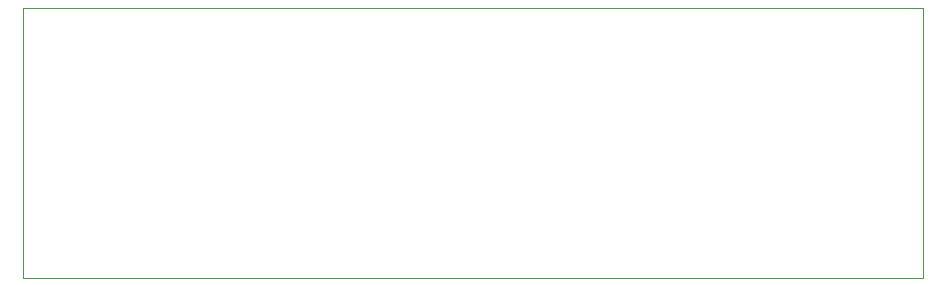
<source format=gm1>
G04 #@! TF.GenerationSoftware,KiCad,Pcbnew,7.0.7*
G04 #@! TF.CreationDate,2023-09-04T23:56:59-07:00*
G04 #@! TF.ProjectId,PT Board Ground Systems V1.1,50542042-6f61-4726-9420-47726f756e64,rev?*
G04 #@! TF.SameCoordinates,Original*
G04 #@! TF.FileFunction,Profile,NP*
%FSLAX46Y46*%
G04 Gerber Fmt 4.6, Leading zero omitted, Abs format (unit mm)*
G04 Created by KiCad (PCBNEW 7.0.7) date 2023-09-04 23:56:59*
%MOMM*%
%LPD*%
G01*
G04 APERTURE LIST*
G04 #@! TA.AperFunction,Profile*
%ADD10C,0.100000*%
G04 #@! TD*
G04 APERTURE END LIST*
D10*
X25400000Y-25400000D02*
X101600000Y-25400000D01*
X101600000Y-48260000D01*
X25400000Y-48260000D01*
X25400000Y-25400000D01*
M02*

</source>
